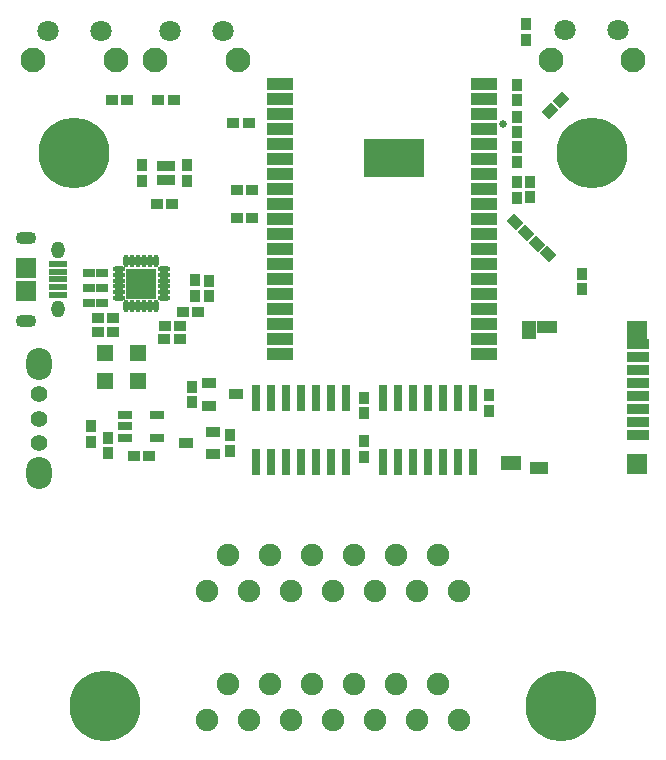
<source format=gbr>
G04 DipTrace 3.3.1.3*
G04 BottomMask.gbr*
%MOMM*%
G04 #@! TF.FileFunction,Soldermask,Bot*
G04 #@! TF.Part,Single*
%AMOUTLINE1*
4,1,4,
-0.70711,0.07071,
-0.07071,0.70711,
0.70711,-0.07071,
0.07071,-0.70711,
-0.70711,0.07071,
0*%
%AMOUTLINE3*
4,1,4,
-0.55,-0.45,
-0.55,0.45,
0.55,0.45,
0.55,-0.45,
-0.55,-0.45,
0*%
%AMOUTLINE5*
4,1,4,
-0.07071,-0.70711,
-0.70711,-0.07071,
0.07071,0.70711,
0.70711,0.07071,
-0.07071,-0.70711,
0*%
%ADD18C,0.63497*%
%ADD45C,1.9*%
%ADD70C,6.0*%
%ADD78R,1.3X0.8*%
%ADD80R,0.8X2.2*%
%ADD82R,2.65X2.65*%
%ADD84O,0.5X1.05*%
%ADD86O,1.05X0.5*%
%ADD88R,5.2X3.2*%
%ADD90R,2.2X1.1*%
%ADD94C,1.4*%
%ADD96O,2.2X2.7*%
%ADD102C,2.1*%
%ADD103C,1.8*%
%ADD104R,1.25X0.85*%
%ADD106R,0.5X0.87*%
%ADD108R,1.2X1.65*%
%ADD110R,1.7X1.0*%
%ADD112R,1.6X1.0*%
%ADD114R,1.75X1.2*%
%ADD116R,1.7X1.5*%
%ADD118R,1.95X0.9*%
%ADD120R,1.7X1.7*%
%ADD122O,1.75X1.1*%
%ADD124O,1.15X1.45*%
%ADD126R,1.55X0.6*%
%ADD129R,1.4X1.4*%
%ADD130R,1.0X0.8*%
%ADD132R,1.1X0.9*%
%ADD134R,0.9X1.1*%
%ADD141OUTLINE1*%
%ADD143OUTLINE3*%
%ADD145OUTLINE5*%
%FSLAX35Y35*%
G04*
G71*
G90*
G75*
G01*
G04 BotMask*
%LPD*%
D134*
X5286257Y6683257D3*
Y6813257D3*
X2111260Y6000633D3*
Y6130633D3*
D141*
X5553252Y5375385D3*
X5461328Y5467309D3*
D134*
X2683593Y5025187D3*
Y5155187D3*
X2567037Y5026780D3*
Y5156780D3*
X3994383Y4163477D3*
Y4033477D3*
D132*
X2307047Y4766387D3*
X2437047D3*
X2304893Y4659380D3*
X2434893D3*
D134*
X5057007Y4182283D3*
Y4052283D3*
X1825507Y3825757D3*
Y3695757D3*
D132*
X2174757Y3667007D3*
X2044757D3*
D130*
X1666757Y5222757D3*
X1776757D3*
X1666757Y5095757D3*
X1776757D3*
X1666757Y4968757D3*
X1776757D3*
D129*
X2083053Y4541903D3*
X1803053D3*
X2083053Y4303780D3*
X1803053D3*
D70*
X5921257Y6238757D3*
X1539757D3*
X5658507Y1548757D3*
X1802507D3*
D45*
X2662507Y1434880D3*
X2840507Y1739880D3*
X3018507Y1434880D3*
X3196507Y1739880D3*
X3374507Y1434880D3*
X3552507Y1739880D3*
X3730507Y1434880D3*
X3908507Y1739880D3*
X4086507Y1434880D3*
X4264507Y1739880D3*
X4442507Y1434880D3*
X4620507Y1739880D3*
X4798507Y1434880D3*
D126*
X1404713Y5033883D3*
Y5098883D3*
Y5163883D3*
Y5228883D3*
Y5293883D3*
D124*
Y4913883D3*
Y5413883D3*
D122*
X1134713Y4813883D3*
Y5513883D3*
D120*
Y5063883D3*
Y5263883D3*
D45*
X4798507Y2530257D3*
X4620507Y2835257D3*
X4442507Y2530257D3*
X4264507Y2835257D3*
X4086507Y2530257D3*
X3908507Y2835257D3*
X3730507Y2530257D3*
X3552507Y2835257D3*
X3374507Y2530257D3*
X3196507Y2835257D3*
X3018507Y2530257D3*
X2840507Y2835257D3*
X2662507Y2530257D3*
D118*
X6318133Y4619507D3*
Y4509407D3*
Y4399507D3*
X6318167Y4289440D3*
Y4179440D3*
Y4069473D3*
Y3959440D3*
X6318133Y3849507D3*
D116*
X6306133Y4739407D3*
D120*
Y3604407D3*
D114*
X5237667Y3610440D3*
D112*
X5480667Y3569473D3*
D110*
X5545733Y4764407D3*
D108*
X5395733Y4732507D3*
D106*
X2270006Y6127633D3*
X2320006D3*
X2370006D3*
Y6002633D3*
X2320006D3*
X2270006D3*
D104*
X2682757Y4095630D3*
Y4285630D3*
X2912757Y4190630D3*
X2714507Y3873380D3*
Y3683380D3*
X2484507Y3778380D3*
D134*
X5370077Y7193910D3*
Y7323910D3*
D132*
X2888703Y6485123D3*
X3018703D3*
D134*
X5286260Y6413383D3*
Y6543383D3*
X5286253Y5857757D3*
Y5987757D3*
D132*
X2368547Y5804617D3*
X2238547D3*
D134*
X2492257Y6000633D3*
Y6130633D3*
X5397383Y5858703D3*
Y5988703D3*
D141*
X5367275Y5559125D3*
X5275351Y5651049D3*
D132*
X1873630Y4841610D3*
X1743630D3*
D143*
X2461413Y4892027D3*
X2591413D3*
D132*
X1873630Y4721770D3*
X1743630D3*
D134*
X5286253Y6157880D3*
Y6287880D3*
D132*
X1857257Y6683257D3*
X1987257D3*
D145*
X5665485Y6680742D3*
X5573561Y6588818D3*
D132*
X2254133Y6683257D3*
X2384133D3*
D134*
X3994260Y3664937D3*
Y3794937D3*
D132*
X3047880Y5921257D3*
X2917880D3*
D134*
X5841883Y5079880D3*
Y5209880D3*
D132*
X3047880Y5683133D3*
X2917880D3*
D134*
X2539880Y4127380D3*
Y4257380D3*
X2857380Y3714633D3*
Y3844633D3*
X1682630Y3921007D3*
Y3791007D3*
D103*
X5699007Y7272047D3*
X6149007D3*
D102*
X5574007Y7022047D3*
X6274007D3*
D103*
X2349380Y7270630D3*
X2799380D3*
D102*
X2224380Y7020630D3*
X2924380D3*
D103*
X1317507Y7270657D3*
X1767507D3*
D102*
X1192507Y7020657D3*
X1892507D3*
D96*
X1242710Y4444687D3*
D94*
Y4190663D3*
Y3984313D3*
Y3777937D3*
D96*
Y3523913D3*
D90*
X5008923Y6819107D3*
X5009923Y6692107D3*
Y6565107D3*
Y6438107D3*
Y6311107D3*
Y6184107D3*
Y6057107D3*
Y5930107D3*
Y5803107D3*
Y5676107D3*
Y5549107D3*
Y5422107D3*
Y5295107D3*
Y5168107D3*
X3287717Y5169073D3*
Y5296073D3*
Y5423073D3*
Y5550070D3*
Y5677073D3*
Y4534073D3*
Y4661073D3*
Y4788073D3*
Y4915073D3*
Y5042073D3*
X3287723Y5803207D3*
Y5930207D3*
Y6057207D3*
Y6184207D3*
Y6311207D3*
Y6438207D3*
Y6565207D3*
Y6692207D3*
Y6819207D3*
D88*
X4246923Y6188907D3*
D90*
X5009913Y5041970D3*
Y4914970D3*
Y4787970D3*
Y4660970D3*
Y4533970D3*
D86*
X2298209Y5254507D3*
Y5204507D3*
Y5154507D3*
Y5104507D3*
Y5054507D3*
Y5004507D3*
D84*
X2233209Y4939507D3*
X2183209D3*
X2133209D3*
X2083209D3*
X2033209D3*
X1983209D3*
D86*
X1918209Y5004507D3*
Y5054507D3*
Y5104507D3*
Y5154507D3*
Y5204507D3*
Y5254507D3*
D84*
X1983209Y5319507D3*
X2033209D3*
X2083209D3*
X2133209D3*
X2183209D3*
X2233209D3*
D82*
X2108209Y5129507D3*
D80*
X3841630Y3619380D3*
X3714630D3*
X3587630D3*
X3460630D3*
X3333630D3*
X3206630D3*
X3079630D3*
Y4159380D3*
X3206630D3*
X3333630D3*
X3460630D3*
X3587630D3*
X3714630D3*
X3841630D3*
X4921130Y3619380D3*
X4794130D3*
X4667130D3*
X4540130D3*
X4413130D3*
X4286130D3*
X4159130D3*
Y4159380D3*
X4286130D3*
X4413130D3*
X4540130D3*
X4667130D3*
X4794130D3*
X4921130D3*
D78*
X1968380Y3825757D3*
Y3920757D3*
Y4015757D3*
X2238380D3*
Y3825757D3*
D18*
X5175132Y6476882D3*
M02*

</source>
